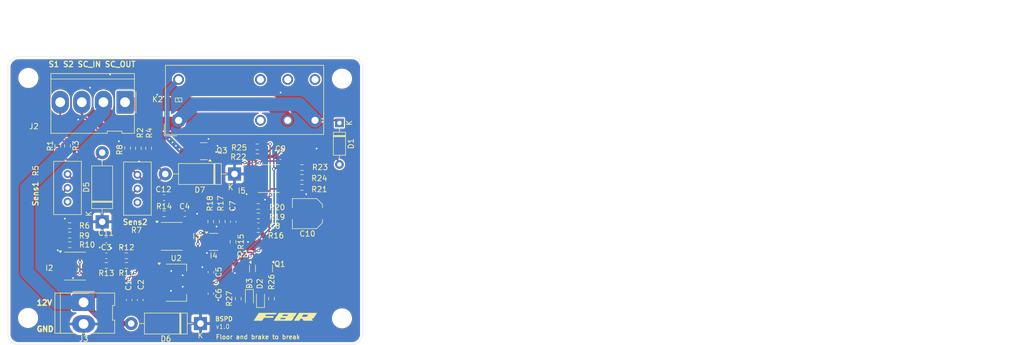
<source format=kicad_pcb>
(kicad_pcb (version 20241229) (generator "pcbnew") (generator_version "9.0")
  (layers (0 "F.Cu" signal) (2 "B.Cu" signal) (13 "F.Paste" user) (15 "B.Paste" user) (5 "F.SilkS" user "F.Silkscreen") (7 "B.SilkS" user "B.Silkscreen") (1 "F.Mask" user) (3 "B.Mask" user) (25 "Edge.Cuts" user))
  (net 0 "")
  (net 1 "+12V")
  (net 2 "GND")
  (net 3 "+5V")
  (net 4 "Net-(I5-1IN-)")
  (net 5 "Net-(Q2-G)")
  (net 6 "Net-(I5-2IN-)")
  (net 7 "Net-(D1-A)")
  (net 8 "Net-(D5-A2)")
  (net 9 "Net-(D7-A2)")
  (net 10 "Net-(I2-1IN+)")
  (net 11 "Net-(I2-1OUT)")
  (net 12 "Net-(I2-2IN-)")
  (net 13 "Net-(I3-2IN-)")
  (net 14 "Net-(I3-1OUT)")
  (net 15 "Net-(I3-1IN+)")
  (net 16 "Net-(I4-Y)")
  (net 17 "Net-(I5-2IN+)")
  (net 18 "Net-(I5-2OUT)")
  (net 19 "Net-(I5-1IN+)")
  (net 20 "Net-(I5-1OUT)")
  (net 21 "/SDC_OUT")
  (net 22 "/SENS_2")
  (net 23 "/SENS_1")
  (net 24 "Net-(Q1-G)")
  (net 25 "Net-(Q3-G)")
  (net 32 "Net-(D2-K)")
  (net 33 "Net-(D3-A)")
  (footprint "Resistor_SMD:R_0603_1608Metric_Pad0.98x0.95mm_HandSolder" (layer "F.Cu") (at 96.916 70.6355 -90)
    (property "Reference" "R3")
    (property "Value" "10k")
  )
  (footprint "Resistor_SMD:R_0603_1608Metric_Pad0.98x0.95mm_HandSolder" (layer "F.Cu") (at 133.45 70.82 180)
    (property "Reference" "R25")
    (property "Value" "100R")
  )
  (footprint "Capacitor_SMD:C_0603_1608Metric_Pad1.08x0.95mm_HandSolder" (layer "F.Cu") (at 109.982 98.945 -90)
    (property "Reference" "C1")
    (property "Value" "10µ")
  )
  (footprint "Capacitor_SMD:C_0603_1608Metric_Pad1.08x0.95mm_HandSolder" (layer "F.Cu") (at 105.7605 87.896 180)
    (property "Reference" "C11")
    (property "Value" "100n")
  )
  (footprint "LED_SMD:LED_0603_1608Metric_Pad1.05x0.95mm_HandSolder" (layer "F.Cu") (at 134.059863 98.638126 90)
    (property "Reference" "D2")
    (property "Value" "Err_R_LED")
  )
  (footprint "Diode_THT:D_DO-35_SOD27_P7.62mm_Horizontal" (layer "F.Cu") (at 148.533 66.433 -90)
    (property "Reference" "D1")
    (property "Value" "1N4148")
  )
  (footprint "Resistor_SMD:R_0603_1608Metric_Pad0.98x0.95mm_HandSolder" (layer "F.Cu") (at 133.4875 72.62)
    (property "Reference" "R22")
    (property "Value" "10k")
  )
  (footprint "Connector_Molex:Molex_KK-396_5273-04A_1x04_P3.96mm_Vertical" (layer "F.Cu") (at 109.232 62.623 180)
    (property "Reference" "J2")
    (property "Value" "Conn_01x04")
  )
  (footprint "Resistor_SMD:R_0603_1608Metric_Pad0.98x0.95mm_HandSolder" (layer "F.Cu") (at 109.474 90.805 180)
    (property "Reference" "R12")
    (property "Value" "10k")
  )
  (footprint "Capacitor_SMD:C_0603_1608Metric_Pad1.08x0.95mm_HandSolder" (layer "F.Cu") (at 120.2125 83.1 180)
    (property "Reference" "C4")
    (property "Value" "100n")
  )
  (footprint "Resistor_SMD:R_0603_1608Metric_Pad0.98x0.95mm_HandSolder" (layer "F.Cu") (at 124.95 84.5375 90)
    (property "Reference" "R18")
    (property "Value" "100k")
  )
  (footprint "Resistor_SMD:R_0603_1608Metric_Pad0.98x0.95mm_HandSolder" (layer "F.Cu") (at 129.032 88.2415 -90)
    (property "Reference" "R15")
    (property "Value" "39k")
  )
  (footprint "Resistor_SMD:R_0603_1608Metric_Pad0.98x0.95mm_HandSolder" (layer "F.Cu") (at 136.087 98.691 -90)
    (property "Reference" "R26")
    (property "Value" "470")
  )
  (footprint "Package_SO:SOIC-8_3.9x4.9mm_P1.27mm" (layer "F.Cu") (at 135.575 76.635)
    (property "Reference" "I5")
    (property "Value" "LM393AD")
  )
  (footprint "Diode_THT:D_DO-15_P12.70mm_Horizontal" (layer "F.Cu") (at 123.063 103.251 180)
    (property "Reference" "D6")
    (property "Value" "P6KE33CA")
  )
  (footprint "Capacitor_SMD:C_0603_1608Metric_Pad1.08x0.95mm_HandSolder" (layer "F.Cu") (at 105.791 90.805 180)
    (property "Reference" "C3")
    (property "Value" "100n")
  )
  (footprint "MountingHole:MountingHole_3.2mm_M3_DIN965" (layer "F.Cu") (at 149 58.3)
    (property "Reference" "H3" (hide yes))
    (property "Value" "MountingHole")
  )
  (footprint "Resistor_SMD:R_0603_1608Metric_Pad0.98x0.95mm_HandSolder" (layer "F.Cu") (at 141.65 78.244 180)
    (property "Reference" "R21")
    (property "Value" "560k" (hide yes))
  )
  (footprint "Resistor_SMD:R_0603_1608Metric_Pad0.98x0.95mm_HandSolder" (layer "F.Cu") (at 99.0875 88.789 180)
    (property "Reference" "R10")
    (property "Value" "10k")
  )
  (footprint "Package_TO_SOT_SMD:SOT-223-3_TabPin2" (layer "F.Cu") (at 118.618 95.758)
    (property "Reference" "U2")
    (property "Value" "AMS1117-5.0")
  )
  (footprint "Resistor_SMD:R_0603_1608Metric_Pad0.98x0.95mm_HandSolder" (layer "F.Cu") (at 127.05 84.5375 -90)
    (property "Reference" "R17")
    (property "Value" "39k")
  )
  (footprint "Capacitor_SMD:C_0603_1608Metric_Pad1.08x0.95mm_HandSolder" (layer "F.Cu") (at 112.014 98.945 -90)
    (property "Reference" "C2")
    (property "Value" "100n")
  )
  (footprint "Capacitor_SMD:C_0603_1608Metric_Pad1.08x0.95mm_HandSolder" (layer "F.Cu") (at 124.968 97.7635 -90)
    (property "Reference" "C6")
    (property "Value" "10µ")
  )
  (footprint "Capacitor_SMD:C_0603_1608Metric_Pad1.08x0.95mm_HandSolder" (layer "F.Cu") (at 124.968 93.8265 -90)
    (property "Reference" "C5")
    (property "Value" "100n")
  )
  (footprint "Resistor_SMD:R_0603_1608Metric_Pad0.98x0.95mm_HandSolder" (layer "F.Cu") (at 129.991 98.6865 90)
    (property "Reference" "R27")
    (property "Value" "560")
  )
  (footprint "Resistor_SMD:R_0603_1608Metric_Pad0.98x0.95mm_HandSolder" (layer "F.Cu") (at 141.6625 76.43 180)
    (property "Reference" "R24")
    (property "Value" "100R")
  )
  (footprint "Resistor_SMD:R_0603_1608Metric_Pad0.98x0.95mm_HandSolder" (layer "F.Cu") (at 109.7 71.0375 90)
    (property "Reference" "R8")
    (property "Value" "10k")
  )
  (footprint "Resistor_SMD:R_0603_1608Metric_Pad0.98x0.95mm_HandSolder" (layer "F.Cu") (at 105.8145 92.583 180)
    (property "Reference" "R13")
    (property "Value" "10k")
  )
  (footprint "Package_TO_SOT_SMD:SOT-23" (layer "F.Cu") (at 130.5 93.1625 -90)
    (property "Reference" "Q2")
    (property "Value" "BSS138")
  )
  (footprint "Package_SO:SOIC-8_3.9x4.9mm_P1.27mm" (layer "F.Cu") (at 100.076 92.71)
    (property "Reference" "I2")
    (property "Value" "LM393AD")
  )
  (footprint "MountingHole:MountingHole_3.2mm_M3_DIN965" (layer "F.Cu") (at 149 102.3)
    (property "Reference" "H4" (hide yes))
    (property "Value" "MountingHole")
  )
  (footprint "Capacitor_SMD:C_0603_1608Metric_Pad1.08x0.95mm_HandSolder" (layer "F.Cu") (at 133.6625 85.3)
    (property "Reference" "C8")
    (property "Value" "100n")
  )
  (footprint "Capacitor_SMD:C_0603_1608Metric_Pad1.08x0.95mm_HandSolder" (layer "F.Cu") (at 129.05 84.55 90)
    (property "Reference" "C7")
    (property "Value" "10µ")
  )
  (footprint "Package_TO_SOT_SMD:SOT-23" (layer "F.Cu") (at 123.65 71.6125 180)
    (property "Reference" "Q3")
    (property "Value" "BSS138")
  )
  (footprint "MountingHole:MountingHole_3.2mm_M3_DIN965" (layer "F.Cu") (at 91.51 58.178)
    (property "Reference" "H1" (hide yes))
    (property "Value" "MountingHole")
  )
  (footprint "Resistor_SMD:R_0603_1608Metric_Pad0.98x0.95mm_HandSolder" (layer "F.Cu") (at 109.4975 92.583)
    (property "Reference" "R11")
    (property "Value" "100k")
  )
  (footprint "Resistor_SMD:R_0603_1608Metric_Pad0.98x0.95mm_HandSolder" (layer "F.Cu") (at 133.65 81.75 180)
    (property "Reference" "R20")
    (property "Value" "10k")
  )
  (footprint "Potentiometer_THT:Potentiometer_Bourns_3296W_Vertical" (layer "F.Cu") (at 98.694 80.899 -90)
    (property "Reference" "R5")
    (property "Value" "20k")
  )
  (footprint "LED_SMD:LED_0603_1608Metric_Pad1.05x0.95mm_HandSolder" (layer "F.Cu") (at 132.023 98.677 -90)
    (property "Reference" "D3")
    (property "Value" "PWR_G_LED")
  )
  (footprint "Capacitor_SMD:C_0603_1608Metric_Pad1.08x0.95mm_HandSolder" (layer "F.Cu") (at 116.3755 80.149 180)
    (property "Reference" "C12")
    (property "Value" "100n")
  )
  (footprint "Package_TO_SOT_SMD:SOT-23" (layer "F.Cu") (at 134.7 93.1375 -90)
    (property "Reference" "Q1")
    (property "Value" "AO3401A")
  )
  (footprint "Resistor_SMD:R_0603_1608Metric_Pad0.98x0.95mm_HandSolder" (layer "F.Cu") (at 99.0875 87.011)
    (property "Reference" "R9")
    (property "Value" "100k")
  )
  (footprint "Resistor_SMD:R_0603_1608Metric_Pad0.98x0.95mm_HandSolder" (layer "F.Cu") (at 133.6625 87.05)
    (property "Reference" "R16")
    (property "Value" "560k")
  )
  (footprint "Resistor_SMD:R_0603_1608Metric_Pad0.98x0.95mm_HandSolder" (layer "F.Cu") (at 98.694 70.6355 90)
    (property "Reference" "R1")
    (property "Value" "100k")
  )
  (footprint "Package_TO_SOT_SMD:SOT-23-5" (layer "F.Cu") (at 125.476 88.265)
    (property "Reference" "I4")
    (property "Value" "SN74AHC1G02DBVR")
  )
  (footprint "Potentiometer_THT:Potentiometer_Bourns_3296W_Vertical" (layer "F.Cu") (at 111.506 81.026 -90)
    (property "Reference" "R7")
    (property "Value" "20k")
  )
  (footprint "Resistor_SMD:R_0603_1608Metric_Pad0.98x0.95mm_HandSolder" (layer "F.Cu") (at 141.6625 74.62)
    (property "Reference" "R23")
    (property "Value" "10k")
  )
  (footprint "MountingHole:MountingHole_3.2mm_M3_DIN965" (layer "F.Cu") (at 91.46 102.228)
    (property "Reference" "H2" (hide yes))
    (property "Value" "MountingHole")
  )
  (footprint "Capacitor_SMD:C_Elec_5x5.4" (layer "F.Cu") (at 142.6605 83.07 180)
    (property "Reference" "C10")
    (property "Value" "10µ")
  )
  (footprint "Diode_THT:D_DO-15_P12.70mm_Horizontal" (layer "F.Cu") (at 105.044 84.582 90)
    (property "Reference" "D5")
    (property "Value" "P6KE33CA")
  )
  (footprint "LOGO" (layer "F.Cu") (at 138.5 101.993)
    (property "Reference" "G***" (hide yes))
    (property "Value" "LOGO" (hide yes))
  )
  (footprint "Resistor_SMD:R_0603_1608Metric_Pad0.98x0.95mm_HandSolder" (layer "F.Cu") (at 133.6625 83.5)
    (property "Reference" "R19")
    (property "Value" "39k")
  )
  (footprint "Package_SO:SOIC-8_3.9x4.9mm_P1.27mm" (layer "F.Cu") (at 117.794 87.249)
    (property "Reference" "I3")
    (property "Value" "LM393AD")
  )
  (footprint "Resistor_SMD:R_0603_1608Metric_Pad0.98x0.95mm_HandSolder" (layer "F.Cu") (at 116.3875 83.1 180)
    (property "Reference" "R14")
    (property "Value" "10k")
  )
  (footprint "Connector_Molex:Molex_KK-396_5273-02A_1x02_P3.96mm_Vertical" (layer "F.Cu") (at 101.629 99.366 -90)
    (property "Reference" "J3")
    (property "Value" "Conn_01x02")
  )
  (footprint "Diode_THT:D_DO-15_P12.70mm_Horizontal" (layer "F.Cu") (at 129.3 75.8 180)
    (property "Reference" "D7")
    (property "Value" "P6KE33CA")
  )
  (footprint "Relay_THT:Relay_DPDT_Omron_G2RL-2" (layer "F.Cu") (at 119.05 65.95 90)
    (property "Reference" "K2")
    (property "Value" "G2RL-1-E")
  )
  (footprint "Resistor_SMD:R_0603_1608Metric_Pad0.98x0.95mm_HandSolder" (layer "F.Cu") (at 99.0875 85.289 180)
    (property "Reference" "R6")
    (property "Value" "10k")
  )
  (footprint "Resistor_SMD:R_0603_1608Metric_Pad0.98x0.95mm_HandSolder" (layer "F.Cu") (at 113.55 71.0875 -90)
    (property "Reference" "R4")
    (property "Value" "10k")
  )
  (footprint "Resistor_SMD:R_0603_1608Metric_Pad0.98x0.95mm_HandSolder" (layer "F.Cu") (at 111.675 71.0875 90)
    (property "Reference" "R2")
    (property "Value" "100k")
  )
  (footprint "Capacitor_SMD:C_0603_1608Metric_Pad1.08x0.95mm_HandSolder" (layer "F.Cu") (at 137.7125 72.6)
    (property "Reference" "C9")
    (property "Value" "100n")
  )
  (gr_arc (start 152.8 105.15) (mid 152.214214 106.564214) (end 150.8 107.15) (stroke (width 0.05)) (layer "Edge.Cuts"))
  (gr_line (start 89.75 54.25) (end 150.8 54.25) (stroke (width 0.05)) (layer "Edge.Cuts"))
  (gr_arc (start 87.75 56.25) (mid 88.335786 54.835786) (end 89.75 54.25) (stroke (width 0.05)) (layer "Edge.Cuts"))
  (gr_line (start 152.8 56.25) (end 152.8 105.15) (stroke (width 0.05)) (layer "Edge.Cuts"))
  (gr_arc (start 89.75 107.15) (mid 88.335786 106.564214) (end 87.75 105.15) (stroke (width 0.05)) (layer "Edge.Cuts"))
  (gr_line (start 87.75 105.15) (end 87.75 56.25) (stroke (width 0.05)) (layer "Edge.Cuts"))
  (gr_arc (start 150.8 54.25) (mid 152.214214 54.835786) (end 152.8 56.25) (stroke (width 0.05)) (layer "Edge.Cuts"))
  (gr_line (start 150.8 107.15) (end 89.75 107.15) (stroke (width 0.05)) (layer "Edge.Cuts"))
  (gr_text "Floor and brake to break" (at 125.8 106.184 0) (layer "F.SilkS") (effects (font (size 0.8 0.8)) (justify left bottom)))
  (gr_text "v1.0" (at 125.823 104.282 0) (layer "F.SilkS") (effects (font (size 0.8 0.8) (thickness 0.1)) (justify left bottom)))
  (gr_text "12V\n\n\nGND" (at 92.9 104.85 0) (layer "F.SilkS") (effects (font (size 1 1) (thickness 0.25) (bold yes)) (justify left bottom)))
  (gr_text "Sens2" (at 108.712 85.217 0) (layer "F.SilkS") (effects (font (size 1 1) (thickness 0.2) (bold yes)) (justify left bottom)))
  (gr_text "Sens1" (at 93.4 81.8 90) (layer "F.SilkS") (effects (font (size 1 1) (thickness 0.2) (bold yes)) (justify left bottom)))
  (gr_text "S1 S2 SC_IN SC_OUT" (at 95.1 56.25 0) (layer "F.SilkS") (effects (font (size 1 1) (thickness 0.2) (bold yes)) (justify left bottom)))
  (gr_text "BSPD" (at 125.673 102.882 0) (layer "F.SilkS") (effects (font (size 0.8 0.8) (thickness 0.16) (bold yes)) (justify left bottom)))
  (segment (start 102.9125 98.0825) (end 109.982 98.0825) (width 1) (layer "F.Cu") (net 1))
  (segment (start 105.272 62.623) (end 105.272 64.683) (width 1) (layer "F.Cu") (net 1))
  (segment (start 105.514 103.251) (end 101.629 99.366) (width 1) (layer "F.Cu") (net 1))
  (segment (start 109.982 98.0825) (end 115.4435 98.0825) (width 1) (layer "F.Cu") (net 1))
  (segment (start 105.272 62.623) (end 105.272 64.28379) (width 2.54) (layer "F.Cu") (net 1))
  (segment (start 107.54821 66.56) (end 118.44 66.56) (width 2.54) (layer "F.Cu") (net 1))
  (segment (start 144.05 65.95) (end 148.05 65.95) (width 0.3048) (layer "F.Cu") (net 1))
  (segment (start 110.363 103.251) (end 105.514 103.251) (width 1) (layer "F.Cu") (net 1))
  (segment (start 105.272 64.28379) (end 107.54821 66.56) (width 2.54) (layer "F.Cu") (net 1))
  (segment (start 101.629 99.366) (end 102.9125 98.0825) (width 1) (layer "F.Cu") (net 1))
  (segment (start 118.44 66.56) (end 119.05 65.95) (width 2.54) (layer "F.Cu") (net 1))
  (segment (start 96.782762 99.366) (end 101.629 99.366) (width 2.54) (layer "B.Cu") (net 1))
  (segment (start 91.256 93.839238) (end 96.782762 99.366) (width 2.54) (layer "B.Cu") (net 1))
  (segment (start 105.272 62.623) (end 105.272 64.355) (width 2.54) (layer "B.Cu") (net 1))
  (segment (start 119.05 65.95) (end 121.996 63.004) (width 2.54) (layer "B.Cu") (net 1))
  (segment (start 141.104 63.004) (end 144.05 65.95) (width 2.54) (layer "B.Cu") (net 1))
  (segment (start 105.272 64.355) (end 91.256 78.371) (width 2.54) (layer "B.Cu") (net 1))
  (segment (start 121.996 63.004) (end 141.104 63.004) (width 2.54) (layer "B.Cu") (net 1))
  (segment (start 91.256 78.371) (end 91.256 93.839238) (width 2.54) (layer "B.Cu") (net 1))
  (via (at 106.496 57.543) (size 0.6) (drill 0.3) (layers "F.Cu" "B.Cu") (net 2))
  (via (at 108.6 89.35) (size 0.6096) (drill 0.3048) (layers "F.Cu" "B.Cu") (net 2))
  (via (at 131.5 79.5) (size 0.6096) (drill 0.3048) (layers "F.Cu" "B.Cu") (net 2))
  (via (at 115.132 61.226) (size 0.6) (drill 0.3) (layers "F.Cu" "B.Cu") (net 2))
  (via (at 126.181 70.624) (size 0.6096) (drill 0.3048) (layers "F.Cu" "B.Cu") (net 2))
  (via (at 132.023 96.405) (size 0.6) (drill 0.3) (layers "F.Cu" "B.Cu") (net 2))
  (via (at 122.45 83.1) (size 0.6096) (drill 0.3048) (layers "F.Cu" "B.Cu") (net 2))
  (via (at 102.813 59.956) (size 0.6096) (drill 0.3048) (layers "F.Cu" "B.Cu") (net 2))
  (via (at 137.738 60.845) (size 0.6) (drill 0.3) (layers "F.Cu" "B.Cu") (net 2))
  (via (at 119.8 94.4) (size 0.6096) (drill 0.3048) (layers "F.Cu" "B.Cu") (net 2))
  (via (at 104.591 89.293) (size 0.6096) (drill 0.3048) (layers "F.Cu" "B.Cu") (net 2))
  (via (at 117.65 97.25) (size 0.6096) (drill 0.3048) (layers "F.Cu" "B.Cu") (net 2))
  (via (at 124.25 90.3) (size 0.6096) (drill 0.3048) (layers "F.Cu" "B.Cu") (net 2))
  (via (at 100.654 65.798) (size 0.6096) (drill 0.3048) (layers "F.Cu" "B.Cu") (net 2))
  (via (at 134.9 80.5) (size 0.6096) (drill 0.3048) (layers "F.Cu" "B.Cu") (net 2))
  (via (at 96.9 89.8) (size 0.6096) (drill 0.3048) (layers "F.Cu" "B.Cu") (net 2))
  (via (at 106.7 89.4) (size 0.6096) (drill 0.3048) (layers "F.Cu" "B.Cu") (net 2))
  (via (at 108.1 69.8) (size 0.6096) (drill 0.3048) (layers "F.Cu" "B.Cu") (net 2))
  (via (at 124.53 69.354) (size 0.6) (drill 0.3) (layers "F.Cu" "B.Cu") (net 2))
  (via (at 136.8 71.5) (size 0.6096) (drill 0.3048) (layers "F.Cu" "B.Cu") (net 2))
  (via (at 123.4 92.9) (size 0.6096) (drill 0.3048) (layers "F.Cu" "B.Cu") (net 2))
  (via (at 131.769 88.27755) (size 0.6096) (drill 0.3048) (layers "F.Cu" "B.Cu") (net 2))
  (via (at 100.4 71.767) (size 0.6096) (drill 0.3048) (layers "F.Cu" "B.Cu") (net 2))
  (via (at 119.8 96.5) (size 0.6096) (drill 0.3048) (layers "F.Cu" "B.Cu") (net 2))
  (via (at 126.308 98.945) (size 0.6096) (drill 0.3048) (layers "F.Cu" "B.Cu") (net 2))
  (via (at 144.342 71.132) (size 0.6) (drill 0.3) (layers "F.Cu" "B.Cu") (net 2))
  (via (at 98.2 84) (size 0.6096) (drill 0.3048) (layers "F.Cu" "B.Cu") (net 2))
  (via (at 129.05 82.4) (size 0.6096) (drill 0.3048) (layers "F.Cu" "B.Cu") (net 2))
  (via (at 99.7 94.9) (size 0.6096) (drill 0.3048) (layers "F.Cu" "B.Cu") (net 2))
  (via (at 126 85.45) (size 0.6096) (drill 0.3048) (layers "F.Cu" "B.Cu") (net 2))
  (via (at 117.7 93.6) (size 0.6096) (drill 0.3048) (layers "F.Cu" "B.Cu") (net 2))
  (via (at 111.8 73.5) (size 0.6096) (drill 0.3048) (layers "F.Cu" "B.Cu") (net 2))
  (via (at 125.927 71.767) (size 0.6) (drill 0.3) (layers "F.Cu" "B.Cu") (net 2))
  (via (at 129.356 93.992) (size 0.6096) (drill 0.3048) (layers "F.Cu" "B.Cu") (net 2))
  (via (at 142.437 79.514) (size 0.6) (drill 0.3) (layers "F.Cu" "B.Cu") (net 2))
  (segment (start 120.269 85.344) (end 122.994 85.344) (width 0.3048) (layer "F.Cu") (net 3))
  (segment (start 125.9601 86.6616) (end 126.6135 87.315) (width 0.3048) (layer "F.Cu") (net 3))
  (segment (start 125.85 95.75) (end 123.95 95.75) (width 0.3048) (layer "F.Cu") (net 3))
  (segment (start 127.05 85.45) (end 127.05 86.8785) (width 0.3048) (layer "F.Cu") (net 3))
  (segment (start 138.05 74.73) (end 136.67 74.73) (width 0.3048) (layer "F.Cu") (net 3))
  (segment (start 134.549164 72.62) (end 136.427364 70.7418) (width 0.3048) (layer "F.Cu") (net 3))
  (segment (start 111.802 95.8) (end 111.76 95.758) (width 0.3048) (layer "F.Cu") (net 3))
  (segment (start 125.9 95.7) (end 125.85 95.75) (width 0.3048) (layer "F.Cu") (net 3))
  (segment (start 107.6 82.392) (end 107.6 92.583) (width 0.3048) (layer "F.Cu") (net 3))
  (segment (start 119.35 83.1) (end 117.3 83.1) (width 0.3048) (layer "F.Cu") (net 3))
  (segment (start 129.991 96.532) (end 131.007 95.516) (width 0.3048) (layer "F.Cu") (net 3))
  (segment (start 119.35 83.1) (end 119.35 84.425) (width 0.3048) (layer "F.Cu") (net 3))
  (segment (start 133.75 91.528) (end 132.422 90.2) (width 0.3048) (layer "F.Cu") (net 3))
  (segment (start 111.506 78.486) (end 107.6 82.392) (width 0.3048) (layer "F.Cu") (net 3))
  (segment (start 127.4985 88.2) (end 126.6135 87.315) (width 0.3048) (layer "F.Cu") (net 3))
  (segment (start 130.5091 88.929) (end 130.5091 87.5909) (width 0.3048) (layer "F.Cu") (net 3))
  (segment (start 123.759509 86.0942) (end 124.32691 86.6616) (width 0.3048) (layer "F.Cu") (net 3))
  (segment (start 124.32691 86.6616) (end 125.9601 86.6616) (width 0.3048) (layer "F.Cu") (net 3))
  (segment (start 134.055 96.659) (end 134.055 97.83) (width 0.3048) (layer "F.Cu") (net 3))
  (segment (start 138.575 72.125) (end 138.575 72.6) (width 0.3048) (layer "F.Cu") (net 3))
  (segment (start 111.218 96.3) (end 111.76 95.758) (width 0.3048) (layer "F.Cu") (net 3))
  (segment (start 124.968 96.901) (end 129.118 96.901) (width 0.3048) (layer "F.Cu") (net 3))
  (segment (start 98.175 87.011) (end 95.35 89.836) (width 0.3048) (layer "F.Cu") (net 3))
  (segment (start 107.6 92.583) (end 106.727 92.583) (width 0.3048) (layer "F.Cu") (net 3))
  (segment (start 129.991 97.774) (end 129.991 96.532) (width 0.3048) (layer "F.Cu") (net 3))
  (segment (start 95.35 89.836) (end 95.35 95.058678) (width 0.3048) (layer "F.Cu") (net 3))
  (segment (start 131.730836 90.2) (end 131.722636 90.1918) (width 0.3048) (layer "F.Cu") (net 3))
  (segment (start 133.75 92.2) (end 133.75 91.528) (width 0.3048) (layer "F.Cu") (net 3))
  (segment (start 131.722636 90.1918) (end 131.177364 90.1918) (width 0.3048) (layer "F.Cu") (net 3))
  (segment (start 129.5 90.2) (end 130.5091 89.1909) (width 0.3048) (layer "F.Cu") (net 3))
  (segment (start 131.007 95.516) (end 132.912 95.516) (width 0.3048) (layer "F.Cu") (net 3))
  (segment (start 131.177364 90.1918) (end 131.169164 90.2) (width 0.3048) (layer "F.Cu") (net 3))
  (segment (start 97.3341 79.7189) (end 97.3341 86.1701) (width 0.3048) (layer "F.Cu") (net 3))
  (segment (start 119.35 84.425) (end 120.269 85.344) (width 0.3048) (layer "F.Cu") (net 3))
  (segment (start 129.7801 88.2) (end 127.4985 88.2) (width 0.3048) (layer "F.Cu") (net 3))
  (segment (start 97.3341 86.1701) (end 98.175 87.011) (width 0.3048) (layer "F.Cu") (net 3))
  (segment (start 123.942 95.758) (end 121.768 95.758) (width 0.3048) (layer "F.Cu") (net 3))
  (segment (start 131.169164 90.2) (end 129.5 90.2) (width 0.3048) (layer "F.Cu") (net 3))
  (segment (start 132.422 90.2) (end 131.730836 90.2) (width 0.3048) (layer "F.Cu") (net 3))
  (segment (start 122.994 85.344) (end 123.7442 86.0942) (width 0.3048) (layer "F.Cu") (net 3))
  (segment (start 96.591322 96.3) (end 111.218 96.3) (width 0.3048) (layer "F.Cu") (net 3))
  (segment (start 115.426 95.8) (end 111.802 95.8) (width 0.3048) (layer "F.Cu") (net 3))
  (segment (start 111.76 95.758) (end 108.585 92.583) (width 0.3048) (layer "F.Cu") (net 3))
  (segment (start 141.03 72.6) (end 138.575 72.6) (width 0.3048) (layer "F.Cu") (net 3))
  (segment (start 123.7442 86.0942) (end 123.759509 86.0942) (width 0.3048) (layer "F.Cu") (net 3))
  (segment (start 98.694 78.359) (end 97.3341 79.7189) (width 0.3048) (layer "F.Cu") (net 3))
  (segment (start 137.1918 70.7418) (end 138.575 72.125) (width 0.3048) (layer "F.Cu") (net 3))
  (segment (start 108.585 92.583) (end 107.6 92.583) (width 0.3048) (layer "F.Cu") (net 3))
  (segment (start 122.911 96.901) (end 124.968 96.901) (width 0.3048) (layer "F.Cu") (net 3))
  (segment (start 104.9285 90.805) (end 102.551 90.805) (width 0.3048) (layer "F.Cu") (net 3))
  (segment (start 127.05 86.8785) (end 126.6135 87.315) (width 0.3048) (layer "F.Cu") (net 3))
  (segment (start 142.575 74.145) (end 141.03 72.6) (width 0.3048) (layer "F.Cu") (net 3))
  (segment (start 132.912 95.516) (end 134.055 96.659) (width 0.3048) (layer "F.Cu") (net 3))
  (segment (start 142.575 74.62) (end 142.575 74.145) (width 0.3048) (layer "F.Cu") (net 3))
  (segment (start 95.35 95.058678) (end 96.591322 96.3) (width 0.3048) (layer "F.Cu") (net 3))
  (segment (start 129.5 90.2) (end 123.942 95.758) (width 0.3048) (layer "F.Cu") (net 3))
  (segment (start 136.427364 70.7418) (end 137.1918 70.7418) (width 0.3048) (layer "F.Cu") (net 3))
  (segment (start 123.95 95.75) (end 123.942 95.758) (width 0.3048) (layer "F.Cu") (net 3))
  (segment (start 130.5091 87.5909) (end 132.8 85.3) (width 0.3048) (layer "F.Cu") (net 3))
  (segment (start 121.768 95.758) (end 122.911 96.901) (width 0.3048) (layer "F.Cu") (net 3))
  (segment (start 130.5091 88.929) (end 129.7801 88.2) (width 0.3048) (layer "F.Cu") (net 3))
  (segment (start 132.8 85.275) (end 134.575 83.5) (width 0.3048) (layer "F.Cu") (net 3))
  (segment (start 144.780661 76.825661) (end 144.780661 83.012339) (width 0.3048) (layer "F.Cu") (net 3))
  (segment (start 121.768 95.758) (end 115.468 95.758) (width 0.3048) (layer "F.Cu") (net 3))
  (segment (start 130.5091 89.1909) (end 130.5091 88.929) (width 0.3048) (layer "F.Cu") (net 3))
  (segment (start 129.118 96.901) (end 129.991 97.774) (width 0.3048) (layer "F.Cu") (net 3))
  (segment (start 142.575 74.62) (end 144.780661 76.825661) (width 0.3048) (layer "F.Cu") (net 3))
  (segment (start 136.67 74.73) (end 136.5 74.9) (width 0.3048) (layer "F.Cu") (net 3))
  (segment (start 106.7065 92.583) (end 104.9285 90.805) (width 0.3048) (layer "F.Cu") (net 3))
  (via (at 136.5 74.9) (size 0.6096) (drill 0.3048) (layers "F.Cu" "B.Cu") (net 3))
  (via (at 137.9 71.5) (size 0.6096) (drill 0.3048) (layers "F.Cu" "B.Cu") (net 3))
  (via (at 125.9 95.7) (size 0.6096) (drill 0.3048) (layers "F.Cu" "B.Cu") (net 3))
  (segment (start 136.5 72.9) (end 137.9 71.5) (width 0.3048) (layer "B.Cu") (net 3))
  (segment (start 125.9 95.7) (end 136.5582 85.0418) (width 0.3048) (layer "B.Cu") (net 3))
  (segment (start 136.5 74.9) (end 136.5 72.9) (width 0.3048) (layer "B.Cu") (net 3))
  (segment (start 136.5582 74.9582) (end 136.5 74.9) (width 0.3048) (layer "B.Cu") (net 3))
  (segment (start 136.5582 85.0418) (end 136.5582 74.9582) (width 0.3048) (layer "B.Cu") (net 3))
  (segment (start 134.1 79.45) (end 134.65 78.9) (width 0.254) (layer "F.Cu") (net 4))
  (segment (start 134.074999 76) (end 133.1 76) (width 0.254) (layer "F.Cu") (net 4))
  (segment (start 134.65 76.575001) (end 134.074999 76) (width 0.254) (layer "F.Cu") (net 4))
  (segment (start 130.95 82.24368) (end 133.74368 79.45) (width 0.254) (layer "F.Cu") (net 4))
  (segment (start 129.05 85.4125) (end 129.05 87.311) (width 0.3048) (layer "F.Cu") (net 4))
  (segment (start 130.95 83.5125) (end 130.95 82.24368) (width 0.254) (layer "F.Cu") (net 4))
  (segment (start 133.74368 79.45) (end 134.1 79.45) (width 0.254) (layer "F.Cu") (net 4))
  (segment (start 129.05 85.4125) (end 130.95 83.5125) (width 0.254) (layer "F.Cu") (net 4))
  (segment (start 134.65 78.9) (end 134.65 76.575001) (width 0.254) (layer "F.Cu") (net 4))
  (segment (start 131.45 91.530489) (end 131.45 92.225) (width 0.254) (layer "F.Cu") (net 5))
  (segment (start 134.525 85.3) (end 134.525 87) (width 0.254) (layer "F.Cu") (net 5))
  (segment (start 132.123289 90.8572) (end 131.45 91.530489) (width 0.254) (layer "F.Cu") (net 5))
  (segment (start 133.7115 89.8385) (end 134.575 88.975) (width 0.254) (layer "F.Cu") (net 5))
  (segment (start 134.575 88.975) (end 134.575 87.05) (width 0.254) (layer "F.Cu") (net 5))
  (via (at 133.7115 89.8385) (size 0.6096) (drill 0.3048) (layers "F.Cu" "B.Cu") (net 5))
  (via (at 132.123289 90.8572) (size 0.6096) (drill 0.3048) (layers "F.Cu" "B.Cu") (net 5))
  (segment (start 133.052489 89.928) (end 133.672 89.928) (width 0.254) (layer "B.Cu") (net 5))
  (segment (start 133.672 89.928) (end 133.7115 89.8885) (width 0.254) (layer "B.Cu") (net 5))
  (segment (start 133.7115 89.8885) (end 133.7115 89.8385) (width 0.254) (layer "B.Cu") (net 5))
  (segment (start 132.123289 90.8572) (end 133.052489 89.928) (width 0.254) (layer "B.Cu") (net 5))
  (segment (start 139.7635 77.27) (end 140.775 78.2815) (width 0.254) (layer "F.Cu") (net 6))
  (segment (start 142.31 84.782) (end 140.598 83.07) (width 0.254) (layer "F.Cu") (net 6))
  (segment (start 138.05 77.27) (end 139.7635 77.27) (width 0.254) (layer "F.Cu") (net 6))
  (segment (start 134.7 94.075) (end 140.83 94.075) (width 0.254) (layer "F.Cu") (net 6))
  (segment (start 140.532 78.4495) (end 140.532 83.004) (width 0.254) (layer "F.Cu") (net 6))
  (segment (start 130.5 94.1) (end 134.675 94.1) (width 0.254) (layer "F.Cu") (net 6))
  (segment (start 142.31 92.595) (end 142.31 84.782) (width 0.254) (layer "F.Cu") (net 6))
  (segment (start 140.83 94.075) (end 142.31 92.595) (width 0.254) (layer "F.Cu") (net 6))
  (segment (start 121.355 71.6125) (end 119.5495 71.6125) (width 1) (layer "F.Cu") (net 7))
  (segment (start 119.5495 71.6125) (end 117.926 69.989) (width 1) (layer "F.Cu") (net 7))
  (segment (start 117.926 69.989) (end 117.418 69.481) (width 1) (layer "F.Cu") (net 7))
  (segment (start 143.707 68.719) (end 124.819048 68.719) (width 0.3048) (layer "F.Cu") (net 7))
  (segment (start 148.533 73.545) (end 143.707 68.719) (width 0.3048) (layer "F.Cu") (net 7))
  (segment (start 123.8766 69.083352) (end 123.8766 69.0909) (width 0.3048) (layer "F.Cu") (net 7))
  (segment (start 124.819048 68.719) (end 124.800648 68.7006) (width 0.3048) (layer "F.Cu") (net 7))
  (segment (start 123.8766 69.0909) (end 121.355 71.6125) (width 0.3048) (layer "F.Cu") (net 7))
  (segment (start 122.7125 71.6125) (end 121.355 71.6125) (width 1) (layer "F.Cu") (net 7))
  (segment (start 124.800648 68.7006) (end 124.259352 68.7006) (width 0.3048) (layer "F.Cu") (net 7))
  (segment (start 124.259352 68.7006) (end 123.8766 69.083352) (width 0.3048) (layer "F.Cu") (net 7))
  (via (at 117.926 69.989) (size 0.6096) (drill 0.3048) (layers "F.Cu" "B.Cu") (net 7))
  (via (at 117.3545 69.4175) (size 0.6096) (drill 0.3048) (layers "F.Cu" "B.Cu") (net 7))
  (via (at 119.196 71.259) (size 0.6096) (drill 0.3048) (layers "F.Cu" "B.Cu") (net 7))
  (via (at 118.561 70.624) (size 0.6096) (drill 0.3048) (layers "F.Cu" "B.Cu") (net 7))
  (segment (start 118.561 70.624) (end 117.3545 69.4175) (width 1) (layer "B.Cu") (net 7))
  (segment (start 117.3545 69.4175) (end 116.91 68.973) (width 1) (layer "B.Cu") (net 7))
  (segment (start 116.91 68.973) (end 116.91 60.59) (width 1) (layer "B.Cu") (net 7))
  (segment (start 118.561 70.624) (end 119.196 71.259) (width 1) (layer "B.Cu") (net 7))
  (segment (start 116.91 60.59) (end 119.05 58.45) (width 1) (layer "B.Cu") (net 7))
  (segment (start 100.9 93.987) (end 101.237 93.987) (width 0.254) (layer "F.Cu") (net 8))
  (segment (start 105.044 71.882) (end 103.844 73.082) (width 0.254) (layer "F.Cu") (net 8))
  (segment (start 98.45 73.082) (end 96.916 71.548) (width 0.254) (layer "F.Cu") (net 8))
  (segment (start 103.321 87.896) (end 100.95 90.267) (width 0.254) (layer "F.Cu") (net 8))
  (segment (start 100.95 92) (end 101 91.95) (width 0.254) (layer "F.Cu") (net 8))
  (segment (start 96.57385 93.987) (end 96.35 93.76315) (width 0.254) (layer "F.Cu") (net 8))
  (segment (start 101 75.926) (end 105.044 71.882) (width 0.254) (layer "F.Cu") (net 8))
  (segment (start 104.464 87.896) (end 103.321 87.896) (width 0.254) (layer "F.Cu") (net 8))
  (segment (start 96.35 93.76315) (end 96.35 93.74915) (width 0.254) (layer "F.Cu") (net 8))
  (segment (start 100.9 93.987) (end 96.57385 93.987) (width 0.254) (layer "F.Cu") (net 8))
  (segment (start 100.95 90.267) (end 100.95 92) (width 0.254) (layer "F.Cu") (net 8))
  (segment (start 96.35 93.74915) (end 96.298 93.69715) (width 0.254) (layer "F.Cu") (net 8))
  (segment (start 101 91.95) (end 101 75.926) (width 0.254) (layer "F.Cu") (net 8))
  (segment (start 96.298 92.252) (end 96.475 92.075) (width 0.254) (layer "F.Cu") (net 8))
  (segment (start 101.237 93.987) (end 101.865 94.615) (width 0.254) (layer "F.Cu") (net 8))
  (segment (start 96.298 93.69715) (end 96.298 92.252) (width 0.254) (layer "F.Cu") (net 8))
  (segment (start 103.844 73.082) (end 98.45 73.082) (width 0.254) (layer "F.Cu") (net 8))
  (segment (start 96.475 92.075) (end 97.601 92.075) (width 0.254) (layer "F.Cu") (net 8))
  (via (at 100.9 93.987) (size 0.6096) (drill 0.3048) (layers "F.Cu" "B.Cu") (net 8))
  (via (at 100.95 92) (size 0.6096) (drill 0.3048) (layers "F.Cu" "B.Cu") (net 8))
  (segment (start 100.9 93.837) (end 100.95 93.787) (width 0.254) (layer "B.Cu") (net 8))
  (segment (start 100.95 93.787) (end 100.95 92) (width 0.254) (layer "B.Cu") (net 8))
  (segment (start 100.9 93.987) (end 100.9 93.837) (width 0.254) (layer "B.Cu") (net 8))
  (segment (start 116.6 75.8) (end 113.85 78.55) (width 0.3048) (layer "F.Cu") (net 9))
  (segment (start 113.85 81.812) (end 113.85 84.594) (width 0.254) (layer "F.Cu") (net 9))
  (segment (start 119.354 89.154) (end 120.269 89.154) (width 0.3048) (layer "F.Cu") (net 9))
  (segment (start 113.85 86.119999) (end 114.344001 86.614) (width 0.3048) (layer "F.Cu") (net 9))
  (segment (start 115.319 86.614) (end 116.814 86.614) (width 0.3048) (layer "F.Cu") (net 9))
  (segment (start 116.814 86.614) (end 119.354 89.154) (width 0.3048) (layer "F.Cu") (net 9))
  (segment (start 113.85 84.594) (end 113.85 86.119999) (width 0.3048) (layer "F.Cu") (net 9))
  (segment (start 114.344001 86.614) (end 115.319 86.614) (width 0.3048) (layer "F.Cu") (net 9))
  (segment (start 113.55 72) (end 113.55 72.75) (width 0.3048) (layer "F.Cu") (net 9))
  (segment (start 115.513 80.149) (end 113.85 81.812) (width 0.254) (layer "F.Cu") (net 9))
  (segment (start 113.85 78.55) (end 113.85 84.594) (width 0.3048) (layer "F.Cu") (net 9))
  (segment (start 113.55 72.75) (end 116.6 75.8) (width 0.3048) (layer "F.Cu") (net 9))
  (segment (start 100 85.289) (end 100 77.125) (width 0.254) (layer "F.Cu") (net 10))
  (segment (start 100 85.289) (end 99.1845 86.1045) (width 0.254) (layer "F.Cu") (net 10))
  (segment (start 99.1845 86.1045) (end 99.1845 92.736499) (width 0.254) (layer "F.Cu") (net 10))
  (segment (start 99.1845 92.736499) (end 98.575999 93.345) (width 0.254) (layer "F.Cu") (net 10))
  (segment (start 100 77.125) (end 98.694 75.819) (width 0.254) (layer "F.Cu") (net 10))
  (segment (start 98.575999 93.345) (end 97.601 93.345) (width 0.254) (layer "F.Cu") (net 10))
  (segment (start 109.15 95.7) (end 109.85 95) (width 0.254) (layer "F.Cu") (net 11))
  (segment (start 102.551 92.075) (end 104.394 92.075) (width 0.254) (layer "F.Cu") (net 11))
  (segment (start 95.85 93.892618) (end 95.85 94.65) (width 0.254) (layer "F.Cu") (net 11))
  (segment (start 123.1 86.6) (end 123.55 86.6) (width 0.3048) (layer "F.Cu") (net 11))
  (segment (start 96.9 95.7) (end 104.8 95.7) (width 0.254) (layer "F.Cu") (net 11))
  (segment (start 122.6 89.91531) (end 122.6 88.65) (width 0.3048) (layer "F.Cu") (net 11))
  (segment (start 95.843 93.885617) (end 95.85 93.892618) (width 0.254) (layer "F.Cu") (net 11))
  (segment (start 95.85 92.056533) (end 95.843 92.063532) (width 0.254) (layer "F.Cu") (net 11))
  (segment (start 96.266675 90.805) (end 95.85 91.221675) (width 0.254) (layer "F.Cu") (net 11))
  (segment (start 104.902 92.583) (end 104.902 95.598) (width 0.254) (layer "F.Cu") (net 11))
  (segment (start 112.95 92) (end 120.51531 92) (width 0.3048) (layer "F.Cu") (net 11))
  (segment (start 123.55 86.6) (end 124.265 87.315) (width 0.3048) (layer "F.Cu") (net 11))
  (segment (start 111.05 93.9) (end 112.95 92) (width 0.3048) (layer "F.Cu") (net 11))
  (segment (start 104.394 92.075) (end 104.902 92.583) (width 0.254) (layer "F.Cu") (net 11))
  (segment (start 120.51531 92) (end 122.6 89.91531) (width 0.3048) (layer "F.Cu") (net 11))
  (segment (start 95.85 94.65) (end 96.9 95.7) (width 0.254) (layer "F.Cu") (net 11))
  (segment (start 104.8 95.7) (end 109.15 95.7) (width 0.254) (layer "F.Cu") (net 11))
  (segment (start 95.85 91.221675) (end 95.85 92.056533) (width 0.254) (layer "F.Cu") (net 11))
  (segment (start 104.902 95.598) (end 104.8 95.7) (width 0.254) (layer "F.Cu") (net 11))
  (segment (start 95.843 92.063532) (end 95.843 93.885617) (width 0.254) (layer "F.Cu") (net 11))
  (segment (start 97.601 90.805) (end 96.266675 90.805) (width 0.254) (layer "F.Cu") (net 11))
  (via (at 123.1 86.6) (size 0.6096) (drill 0.3048) (layers "F.Cu" "B.Cu") (net 11))
  (via (at 109.85 95) (size 0.6096) (drill 0.3048) (layers "F.Cu" "B.Cu") (net 11))
  (via (at 111.05 93.9) (size 0.6096) (drill 0.3048) (layers "F.Cu" "B.Cu") (net 11))
  (via (at 122.6 88.65) (size 0.6096) (drill 0.3048) (layers "F.Cu" "B.Cu") (net 11))
  (segment (start 122.6 86.9) (end 122.9 86.6) (width 0.3048) (layer "B.Cu") (net 11))
  (segment (start 122.6 88.65) (end 122.6 86.9) (width 0.3048) (layer "B.Cu") (net 11))
  (segment (start 109.85 95) (end 110.95 93.9) (width 0.3048) (layer "B.Cu") (net 11))
  (segment (start 122.9 86.6) (end 123.1 86.6) (width 0.3048) (layer "B.Cu") (net 11))
  (segment (start 110.95 93.9) (end 111.05 93.9) (width 0.3048) (layer "B.Cu") (net 11))
  (segment (start 100 92.15) (end 100 88.789) (width 0.254) (layer "F.Cu") (net 12))
  (segment (start 102.551 93.345) (end 101.195 93.345) (width 0.254) (layer "F.Cu") (net 12))
  (segment (start 100 88.789) (end 100 87.011) (width 0.254) (layer "F.Cu") (net 12))
  (segment (start 101.195 93.345) (end 100 92.15) (width 0.254) (layer "F.Cu") (net 12))
  (segment (start 121.75 90.05) (end 120.995 90.805) (width 0.3048) (layer "F.Cu") (net 13))
  (segment (start 120.995 90.805) (end 110.3865 90.805) (width 0.3048) (layer "F.Cu") (net 13))
  (segment (start 121.184 87.884) (end 121.75 88.45) (width 0.3048) (layer "F.Cu") (net 13))
  (segment (start 120.269 87.884) (end 121.184 87.884) (width 0.3048) (layer "F.Cu") (net 13))
  (segment (start 121.75 88.45) (end 121.75 90.05) (width 0.3048) (layer "F.Cu") (net 13))
  (segment (start 110.3865 90.805) (end 110.3865 92.5595) (width 0.3048) (layer "F.Cu") (net 13))
  (segment (start 120.269 86.614) (end 121.764 86.614) (width 0.3048) (layer "F.Cu") (net 14))
  (segment (start 116.644 85.344) (end 117.914 86.614) (width 0.3048) (layer "F.Cu") (net 14))
  (segment (start 123.415 88.265) (end 124.3385 88.265) (width 0.3048) (layer "F.Cu") (net 14))
  (segment (start 115.475 83.1) (end 115.475 85.188) (width 0.3048) (layer "F.Cu") (net 14))
  (segment (start 121.764 86.614) (end 123.415 88.265) (width 0.3048) (layer "F.Cu") (net 14))
  (segment (start 115.319 85.344) (end 116.644 85.344) (width 0.3048) (layer "F.Cu") (net 14))
  (segment (start 115.475 85.188) (end 115.319 85.344) (width 0.3048) (layer "F.Cu") (net 14))
  (segment (start 117.914 86.614) (end 120.269 86.614) (width 0.3048) (layer "F.Cu") (net 14))
  (segment (start 113.05 77.49) (end 111.506 75.946) (width 0.3048) (layer "F.Cu") (net 15))
  (segment (start 109.7 71.95) (end 109.7 74.14) (width 0.3048) (layer "F.Cu") (net 15))
  (segment (start 115.319 87.884) (end 114.344001 87.884) (width 0.3048) (layer "F.Cu") (net 15))
  (segment (start 113.05 86.589999) (end 113.05 77.49) (width 0.3048) (layer "F.Cu") (net 15))
  (segment (start 114.344001 87.884) (end 113.05 86.589999) (width 0.3048) (layer "F.Cu") (net 15))
  (segment (start 109.7 74.14) (end 111.506 75.946) (width 0.3048) (layer "F.Cu") (net 15))
  (segment (start 129.032 89.154) (end 126.6745 89.154) (width 0.3048) (layer "F.Cu") (net 16))
  (segment (start 132.7375 81.75) (end 135.9475 78.54) (width 0.254) (layer "F.Cu") (net 17))
  (segment (start 132.7375 81.75) (end 132.7375 83.4875) (width 0.254) (layer "F.Cu") (net 17))
  (segment (start 135.9475 78.54) (end 138.05 78.54) (width 0.254) (layer "F.Cu") (net 17))
  (segment (start 138.05 76) (end 140.32 76) (width 0.254) (layer "F.Cu") (net 18))
  (segment (start 140.32 76) (end 140.75 76.43) (width 0.254) (layer "F.Cu") (net 18))
  (segment (start 140.75 76.43) (end 140.75 74.62) (width 0.254) (layer "F.Cu") (net 18))
  (segment (start 127.05 83.625) (end 127.05 82.345001) (width 0.3048) (layer "F.Cu") (net 19))
  (segment (start 127.05 82.345001) (end 132.125001 77.27) (width 0.3048) (layer "F.Cu") (net 19))
  (segment (start 132.125001 77.27) (end 133.1 77.27) (width 0.3048) (layer "F.Cu") (net 19))
  (segment (start 124.95 83.625) (end 127.05 83.625) (width 0.3048) (layer "F.Cu") (net 19))
  (segment (start 132.575 72.62) (end 132.575 74.205) (width 0.254) (layer "F.Cu") (net 20))
  (segment (start 132.575 74.205) (end 133.1 74.73) (width 0.254) (layer "F.Cu") (net 20))
  (segment (start 132.5375 70.82) (end 132.5375 72.5825) (width 0.254) (layer "F.Cu") (net 20))
  (segment (start 109.232 62.623) (end 109.606 62.997) (width 2.54) (layer "F.Cu") (net 21))
  (segment (start 136.097 62.997) (end 139.05 65.95) (width 2.54) (layer "F.Cu") (net 21))
  (segment (start 109.606 62.997) (end 136.097 62.997) (width 2.54) (layer "F.Cu") (net 21))
  (segment (start 101.219 62.611) (end 101.219 64.712) (width 0.3048) (layer "F.Cu") (net 22))
  (segment (start 111.675 70.175) (end 113.55 70.175) (width 0.3048) (layer "F.Cu") (net 22))
  (segment (start 109.85 68.35) (end 111.675 70.175) (width 0.3048) (layer "F.Cu") (net 22))
  (segment (start 101.219 64.712) (end 104.857 68.35) (width 0.3048) (layer "F.Cu") (net 22))
  (segment (start 104.857 68.35) (end 109.85 68.35) (width 0.3048) (layer "F.Cu") (net 22))
  (segment (start 97.352 69.287) (end 97.352 62.704) (width 0.254) (layer "F.Cu") (net 23))
  (segment (start 96.916 69.723) (end 98.694 69.723) (width 0.254) (layer "F.Cu") (net 23))
  (segment (start 96.916 69.723) (end 97.352 69.287) (width 0.254) (layer "F.Cu") (net 23))
  (segment (start 135.65 79.9) (end 135.9 79.65) (width 0.254) (layer "F.Cu") (net 24))
  (segment (start 134.8825 70.3) (end 134.3625 70.82) (width 0.254) (layer "F.Cu") (net 24))
  (segment (start 135.65 92.2) (end 135.65 79.9) (width 0.254) (layer "F.Cu") (net 24))
  (segment (start 135.821547 70.3) (end 134.8825 70.3) (width 0.254) (layer "F.Cu") (net 24))
  (via (at 135.821547 70.3) (size 0.6096) (drill 0.3048) (layers "F.Cu" "B.Cu") (net 24))
  (via (at 135.9 79.65) (size 0.6096) (drill 0.3048) (layers "F.Cu" "B.Cu") (net 24))
  (segment (start 135.821547 70.3) (end 135.821547 79.571547) (width 0.254) (layer "B.Cu") (net 24))
  (segment (start 135.821547 79.571547) (end 135.9 79.65) (width 0.254) (layer "B.Cu") (net 24))
  (segment (start 133.95 73.8) (end 134.327 73.423) (width 0.254) (layer "F.Cu") (net 25))
  (segment (start 134.327 73.423) (end 140.84682 73.423) (width 0.254) (layer "F.Cu") (net 25))
  (segment (start 141.7595 75.6145) (end 142.575 76.43) (width 0.254) (layer "F.Cu") (net 25))
  (segment (start 133.85 73.8) (end 133.95 73.8) (width 0.254) (layer "F.Cu") (net 25))
  (segment (start 142.575 76.43) (end 144.327261 78.182261) (width 0.2) (layer "F.Cu") (net 25))
  (segment (start 142.738 92.802) (end 137.7615 97.7785) (width 0.2) (layer "F.Cu") (net 25))
  (segment (start 144.327261 78.182261) (end 144.327261 80.992079) (width 0.2) (layer "F.Cu") (net 25))
  (segment (start 141.7595 74.33568) (end 141.7595 75.6145) (width 0.254) (layer "F.Cu") (net 25))
  (segment (start 140.84682 73.423) (end 141.7595 74.33568) (width 0.254) (layer "F.Cu") (net 25))
  (segment (start 144.327261 80.992079) (end 142.738 82.58134) (width 0.2) (layer "F.Cu") (net 25))
  (segment (start 131.2 73.7) (end 125.725 73.7) (width 0.254) (layer "F.Cu") (net 25))
  (segment (start 137.7615 97.7785) (end 136.087 97.7785) (width 0.2) (layer "F.Cu") (net 25))
  (segment (start 142.738 82.58134) (end 142.738 92.802) (width 0.2) (layer "F.Cu") (net 25))
  (segment (start 125.725 73.7) (end 124.5875 72.5625) (width 0.254) (layer "F.Cu") (net 25))
  (via (at 131.2 73.7) (size 0.6096) (drill 0.3048) (layers "F.Cu" "B.Cu") (net 25))
  (via (at 133.85 73.8) (size 0.6096) (drill 0.3048) (layers "F.Cu" "B.Cu") (net 25))
  (segment (start 131.3 73.8) (end 131.2 73.7) (width 0.254) (layer "B.Cu") (net 25))
  (segment (start 133.85 73.8) (end 131.3 73.8) (width 0.254) (layer "B.Cu") (net 25))
  (segment (start 134.121874 99.513126) (end 135.996626 99.513126) (width 0.254) (layer "F.Cu") (net 32))
  (segment (start 132.023 99.552) (end 130.038 99.552) (width 0.3048) (layer "F.Cu") (net 33))
  (zone (net 2) (net_name "GND") (layers "F.Cu" "B.Cu") (connect_pads (clearance 0.25)) (min_thickness 0.25) (fill yes (thermal_gap 0.5) (thermal_bridge_width 0.5))
    (polygon (pts (xy 87.7 54.2) (xy 152.8 54.2) (xy 152.8 107.2) (xy 87.7 107.2)))
  )
)
</source>
